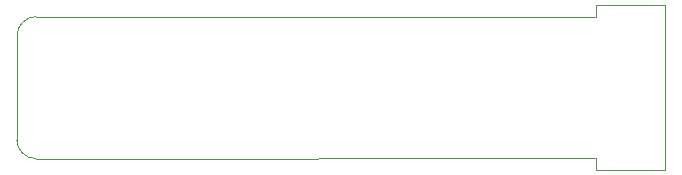
<source format=gbr>
%TF.GenerationSoftware,KiCad,Pcbnew,7.0.8*%
%TF.CreationDate,2024-02-27T09:09:56-06:00*%
%TF.ProjectId,CH32VClamp,43483332-5643-46c6-916d-702e6b696361,rev?*%
%TF.SameCoordinates,Original*%
%TF.FileFunction,Profile,NP*%
%FSLAX46Y46*%
G04 Gerber Fmt 4.6, Leading zero omitted, Abs format (unit mm)*
G04 Created by KiCad (PCBNEW 7.0.8) date 2024-02-27 09:09:56*
%MOMM*%
%LPD*%
G01*
G04 APERTURE LIST*
%TA.AperFunction,Profile*%
%ADD10C,0.100000*%
%TD*%
G04 APERTURE END LIST*
D10*
X222100000Y-93600000D02*
X222100000Y-79600000D01*
X167181371Y-91018629D02*
G75*
G03*
X168781371Y-92618629I1600029J29D01*
G01*
X216200000Y-93600000D02*
X222100000Y-93600000D01*
X168781371Y-92618629D02*
X216200000Y-92600000D01*
X222100000Y-79600000D02*
X216200000Y-79600000D01*
X216200000Y-79600000D02*
X216200000Y-80600000D01*
X167200000Y-82200000D02*
X167181371Y-91018629D01*
X216200000Y-92600000D02*
X216200000Y-93600000D01*
X216200000Y-80600000D02*
X168800000Y-80600000D01*
X168800000Y-80600000D02*
G75*
G03*
X167200000Y-82200000I0J-1600000D01*
G01*
M02*

</source>
